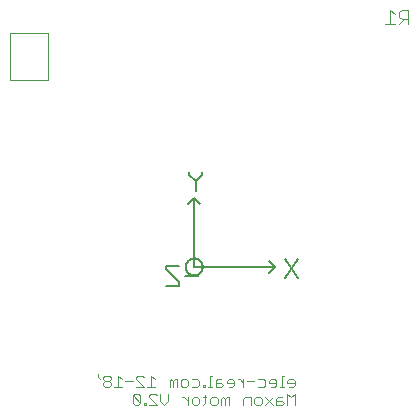
<source format=gbo>
G75*
%MOIN*%
%OFA0B0*%
%FSLAX25Y25*%
%IPPOS*%
%LPD*%
%AMOC8*
5,1,8,0,0,1.08239X$1,22.5*
%
%ADD10C,0.00300*%
%ADD11C,0.00500*%
%ADD12C,0.00600*%
%ADD13C,0.00400*%
%ADD14C,0.00197*%
D10*
X0106709Y0010800D02*
X0107943Y0010800D01*
X0108561Y0011417D01*
X0108561Y0012652D01*
X0107943Y0013269D01*
X0106709Y0013269D01*
X0106092Y0012652D01*
X0106092Y0012034D01*
X0108561Y0012034D01*
X0104877Y0014503D02*
X0104260Y0014503D01*
X0104260Y0010800D01*
X0104877Y0010800D02*
X0103643Y0010800D01*
X0100570Y0010800D02*
X0101805Y0010800D01*
X0102422Y0011417D01*
X0102422Y0012652D01*
X0101805Y0013269D01*
X0100570Y0013269D01*
X0099953Y0012652D01*
X0099953Y0012034D01*
X0102422Y0012034D01*
X0096270Y0013269D02*
X0098122Y0013269D01*
X0098739Y0012652D01*
X0098739Y0011417D01*
X0098122Y0010800D01*
X0096270Y0010800D01*
X0095056Y0012652D02*
X0092587Y0012652D01*
X0091373Y0013269D02*
X0091373Y0010800D01*
X0091373Y0012034D02*
X0090138Y0013269D01*
X0089521Y0013269D01*
X0086452Y0010800D02*
X0087686Y0010800D01*
X0088303Y0011417D01*
X0088303Y0012652D01*
X0087686Y0013269D01*
X0086452Y0013269D01*
X0085834Y0012652D01*
X0085834Y0012034D01*
X0088303Y0012034D01*
X0084003Y0013269D02*
X0082769Y0013269D01*
X0082151Y0012652D01*
X0082151Y0010800D01*
X0084003Y0010800D01*
X0084620Y0011417D01*
X0084003Y0012034D01*
X0082151Y0012034D01*
X0080937Y0014503D02*
X0080320Y0014503D01*
X0080320Y0010800D01*
X0080937Y0010800D02*
X0079703Y0010800D01*
X0078482Y0010800D02*
X0078482Y0011417D01*
X0077864Y0011417D01*
X0077864Y0010800D01*
X0078482Y0010800D01*
X0074171Y0013269D02*
X0076023Y0013269D01*
X0076640Y0012652D01*
X0076640Y0011417D01*
X0076023Y0010800D01*
X0074171Y0010800D01*
X0072340Y0010800D02*
X0071105Y0010800D01*
X0070488Y0011417D01*
X0070488Y0012652D01*
X0071105Y0013269D01*
X0072340Y0013269D01*
X0072957Y0012652D01*
X0072957Y0011417D01*
X0072340Y0010800D01*
X0069274Y0010800D02*
X0069274Y0013269D01*
X0068656Y0013269D01*
X0068039Y0012652D01*
X0068039Y0010800D01*
X0068039Y0012652D02*
X0067422Y0013269D01*
X0066805Y0012652D01*
X0066805Y0010800D01*
X0061907Y0013269D02*
X0060673Y0014503D01*
X0060673Y0010800D01*
X0061907Y0010800D02*
X0059439Y0010800D01*
X0055755Y0010800D02*
X0058224Y0010800D01*
X0055755Y0013269D01*
X0055755Y0013886D01*
X0056373Y0014503D01*
X0057607Y0014503D01*
X0058224Y0013886D01*
X0054541Y0012652D02*
X0052072Y0012652D01*
X0050858Y0013269D02*
X0049624Y0014503D01*
X0049624Y0010800D01*
X0050858Y0010800D02*
X0048389Y0010800D01*
X0047175Y0013886D02*
X0046558Y0014503D01*
X0045323Y0014503D01*
X0044706Y0013886D01*
X0044706Y0013269D01*
X0045323Y0012652D01*
X0044706Y0012034D01*
X0044706Y0011417D01*
X0045323Y0010800D01*
X0046558Y0010800D01*
X0047175Y0011417D01*
X0047175Y0012034D01*
X0046558Y0012652D01*
X0047175Y0013269D01*
X0047175Y0013886D01*
X0046558Y0012652D02*
X0045323Y0012652D01*
X0042874Y0015120D02*
X0042874Y0013886D01*
X0043492Y0013269D01*
X0108561Y0004800D02*
X0108561Y0008503D01*
X0107326Y0007269D01*
X0106092Y0008503D01*
X0106092Y0004800D01*
X0104260Y0007269D02*
X0103026Y0007269D01*
X0102409Y0006652D01*
X0102409Y0004800D01*
X0104260Y0004800D01*
X0104877Y0005417D01*
X0104260Y0006034D01*
X0102409Y0006034D01*
X0101194Y0007269D02*
X0098725Y0004800D01*
X0101194Y0004800D02*
X0098725Y0007269D01*
X0096894Y0004800D02*
X0095660Y0004800D01*
X0095042Y0005417D01*
X0095042Y0006652D01*
X0095660Y0007269D01*
X0096894Y0007269D01*
X0097511Y0006652D01*
X0097511Y0005417D01*
X0096894Y0004800D01*
X0093828Y0004800D02*
X0093828Y0007269D01*
X0091976Y0007269D01*
X0091359Y0006652D01*
X0091359Y0004800D01*
X0086462Y0004800D02*
X0086462Y0007269D01*
X0085844Y0007269D01*
X0085227Y0006652D01*
X0085227Y0004800D01*
X0085227Y0006652D02*
X0084610Y0007269D01*
X0083993Y0006652D01*
X0083993Y0004800D01*
X0082161Y0004800D02*
X0080927Y0004800D01*
X0080310Y0005417D01*
X0080310Y0006652D01*
X0080927Y0007269D01*
X0082161Y0007269D01*
X0082779Y0006652D01*
X0082779Y0005417D01*
X0082161Y0004800D01*
X0078478Y0007886D02*
X0078478Y0005417D01*
X0077861Y0004800D01*
X0077861Y0007269D02*
X0079095Y0007269D01*
X0076023Y0004800D02*
X0074788Y0004800D01*
X0074171Y0005417D01*
X0074171Y0006652D01*
X0074788Y0007269D01*
X0076023Y0007269D01*
X0076640Y0006652D01*
X0076640Y0005417D01*
X0076023Y0004800D01*
X0072957Y0004800D02*
X0072957Y0007269D01*
X0072957Y0006034D02*
X0071722Y0007269D01*
X0071105Y0007269D01*
X0066204Y0008503D02*
X0066204Y0006034D01*
X0064970Y0004800D01*
X0063736Y0006034D01*
X0063736Y0008503D01*
X0060052Y0004800D02*
X0062521Y0004800D01*
X0060052Y0007269D01*
X0060052Y0007886D01*
X0060670Y0008503D01*
X0061904Y0008503D01*
X0062521Y0007886D01*
X0058838Y0004800D02*
X0058838Y0005417D01*
X0058221Y0005417D01*
X0058221Y0004800D01*
X0058838Y0004800D01*
X0056997Y0005417D02*
X0056997Y0007886D01*
X0056379Y0008503D01*
X0055145Y0008503D01*
X0054528Y0007886D01*
X0054528Y0005417D01*
X0055145Y0004800D01*
X0056379Y0004800D01*
X0056997Y0005417D01*
X0054528Y0007886D01*
D11*
X0075000Y0050750D02*
X0102000Y0050750D01*
X0100000Y0052750D01*
X0102000Y0050750D02*
X0100000Y0048750D01*
X0075000Y0050750D02*
X0075000Y0073750D01*
X0073000Y0071750D01*
X0075000Y0073750D02*
X0077000Y0071750D01*
X0072172Y0050750D02*
X0072174Y0050856D01*
X0072180Y0050961D01*
X0072190Y0051067D01*
X0072204Y0051171D01*
X0072221Y0051276D01*
X0072243Y0051379D01*
X0072268Y0051482D01*
X0072298Y0051584D01*
X0072331Y0051684D01*
X0072367Y0051783D01*
X0072408Y0051881D01*
X0072452Y0051977D01*
X0072500Y0052071D01*
X0072551Y0052164D01*
X0072605Y0052255D01*
X0072663Y0052343D01*
X0072725Y0052429D01*
X0072789Y0052513D01*
X0072856Y0052595D01*
X0072927Y0052674D01*
X0073000Y0052750D01*
X0073076Y0052823D01*
X0073155Y0052894D01*
X0073237Y0052961D01*
X0073321Y0053025D01*
X0073407Y0053087D01*
X0073495Y0053145D01*
X0073586Y0053199D01*
X0073679Y0053250D01*
X0073773Y0053298D01*
X0073869Y0053342D01*
X0073967Y0053383D01*
X0074066Y0053419D01*
X0074166Y0053452D01*
X0074268Y0053482D01*
X0074371Y0053507D01*
X0074474Y0053529D01*
X0074579Y0053546D01*
X0074683Y0053560D01*
X0074789Y0053570D01*
X0074894Y0053576D01*
X0075000Y0053578D01*
X0075106Y0053576D01*
X0075211Y0053570D01*
X0075317Y0053560D01*
X0075421Y0053546D01*
X0075526Y0053529D01*
X0075629Y0053507D01*
X0075732Y0053482D01*
X0075834Y0053452D01*
X0075934Y0053419D01*
X0076033Y0053383D01*
X0076131Y0053342D01*
X0076227Y0053298D01*
X0076321Y0053250D01*
X0076414Y0053199D01*
X0076505Y0053145D01*
X0076593Y0053087D01*
X0076679Y0053025D01*
X0076763Y0052961D01*
X0076845Y0052894D01*
X0076924Y0052823D01*
X0077000Y0052750D01*
X0077073Y0052674D01*
X0077144Y0052595D01*
X0077211Y0052513D01*
X0077275Y0052429D01*
X0077337Y0052343D01*
X0077395Y0052255D01*
X0077449Y0052164D01*
X0077500Y0052071D01*
X0077548Y0051977D01*
X0077592Y0051881D01*
X0077633Y0051783D01*
X0077669Y0051684D01*
X0077702Y0051584D01*
X0077732Y0051482D01*
X0077757Y0051379D01*
X0077779Y0051276D01*
X0077796Y0051171D01*
X0077810Y0051067D01*
X0077820Y0050961D01*
X0077826Y0050856D01*
X0077828Y0050750D01*
X0077826Y0050644D01*
X0077820Y0050539D01*
X0077810Y0050433D01*
X0077796Y0050329D01*
X0077779Y0050224D01*
X0077757Y0050121D01*
X0077732Y0050018D01*
X0077702Y0049916D01*
X0077669Y0049816D01*
X0077633Y0049717D01*
X0077592Y0049619D01*
X0077548Y0049523D01*
X0077500Y0049429D01*
X0077449Y0049336D01*
X0077395Y0049245D01*
X0077337Y0049157D01*
X0077275Y0049071D01*
X0077211Y0048987D01*
X0077144Y0048905D01*
X0077073Y0048826D01*
X0077000Y0048750D01*
X0076924Y0048677D01*
X0076845Y0048606D01*
X0076763Y0048539D01*
X0076679Y0048475D01*
X0076593Y0048413D01*
X0076505Y0048355D01*
X0076414Y0048301D01*
X0076321Y0048250D01*
X0076227Y0048202D01*
X0076131Y0048158D01*
X0076033Y0048117D01*
X0075934Y0048081D01*
X0075834Y0048048D01*
X0075732Y0048018D01*
X0075629Y0047993D01*
X0075526Y0047971D01*
X0075421Y0047954D01*
X0075317Y0047940D01*
X0075211Y0047930D01*
X0075106Y0047924D01*
X0075000Y0047922D01*
X0074894Y0047924D01*
X0074789Y0047930D01*
X0074683Y0047940D01*
X0074579Y0047954D01*
X0074474Y0047971D01*
X0074371Y0047993D01*
X0074268Y0048018D01*
X0074166Y0048048D01*
X0074066Y0048081D01*
X0073967Y0048117D01*
X0073869Y0048158D01*
X0073773Y0048202D01*
X0073679Y0048250D01*
X0073586Y0048301D01*
X0073495Y0048355D01*
X0073407Y0048413D01*
X0073321Y0048475D01*
X0073237Y0048539D01*
X0073155Y0048606D01*
X0073076Y0048677D01*
X0073000Y0048750D01*
X0072927Y0048826D01*
X0072856Y0048905D01*
X0072789Y0048987D01*
X0072725Y0049071D01*
X0072663Y0049157D01*
X0072605Y0049245D01*
X0072551Y0049336D01*
X0072500Y0049429D01*
X0072452Y0049523D01*
X0072408Y0049619D01*
X0072367Y0049717D01*
X0072331Y0049816D01*
X0072298Y0049916D01*
X0072268Y0050018D01*
X0072243Y0050121D01*
X0072221Y0050224D01*
X0072204Y0050329D01*
X0072190Y0050433D01*
X0072180Y0050539D01*
X0072174Y0050644D01*
X0072172Y0050750D01*
D12*
X0105430Y0047050D02*
X0109700Y0053455D01*
X0105430Y0053455D02*
X0109700Y0047050D01*
X0077700Y0082455D02*
X0077700Y0081388D01*
X0075565Y0079253D01*
X0073430Y0081388D01*
X0073430Y0082455D01*
X0075565Y0079253D02*
X0075565Y0076050D01*
X0076243Y0047714D02*
X0071972Y0047714D01*
X0069797Y0050917D02*
X0065527Y0050917D01*
X0065527Y0049849D01*
X0069797Y0045579D01*
X0069797Y0044511D01*
X0065527Y0044511D01*
D13*
X0146426Y0131803D02*
X0146426Y0136407D01*
X0144124Y0136407D01*
X0143357Y0135640D01*
X0143357Y0134105D01*
X0144124Y0133338D01*
X0146426Y0133338D01*
X0144891Y0133338D02*
X0143357Y0131803D01*
X0141822Y0134872D02*
X0140287Y0136407D01*
X0140287Y0131803D01*
X0138753Y0131803D02*
X0141822Y0131803D01*
D14*
X0026299Y0128811D02*
X0013701Y0128811D01*
X0013701Y0113063D01*
X0026299Y0113063D01*
X0026299Y0128811D01*
M02*

</source>
